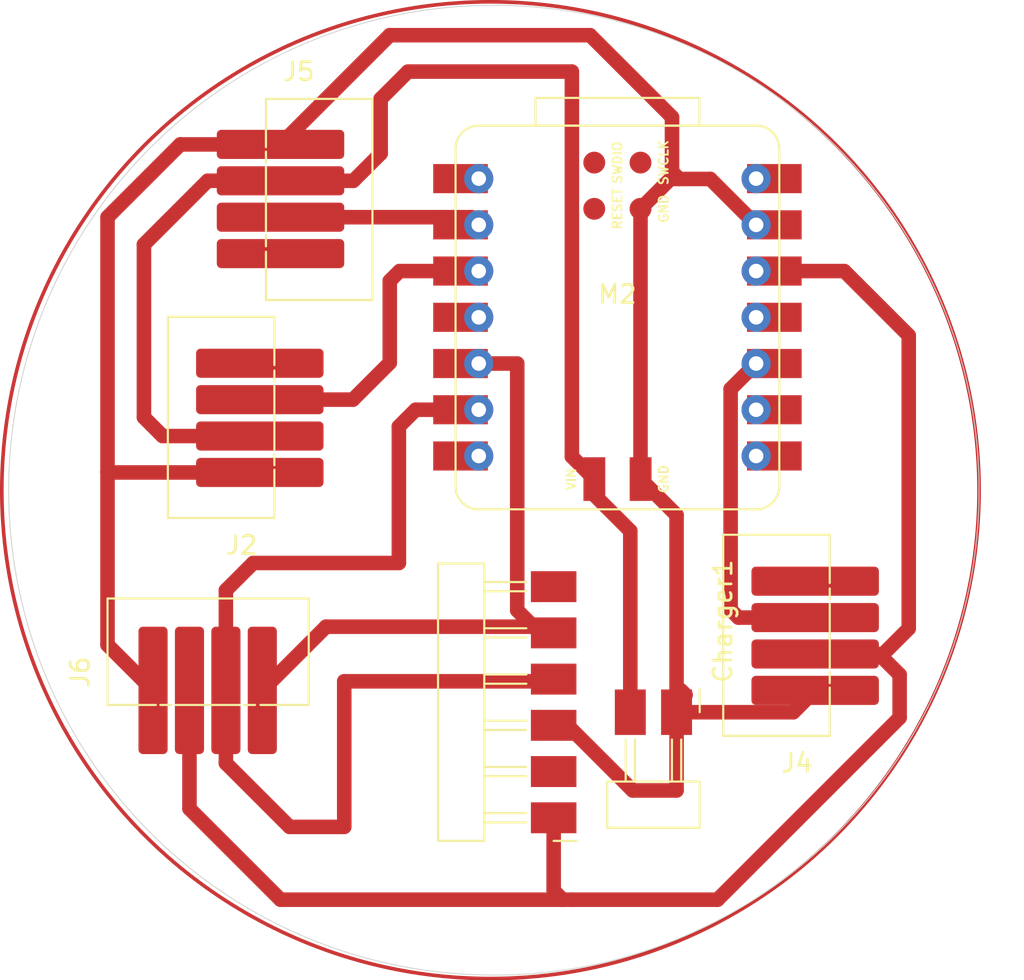
<source format=kicad_pcb>
(kicad_pcb (version 20241229) (generator "pcbnew") (generator_version "9.0")
  (layers (0 "F.Cu" signal) (2 "B.Cu" signal) (13 "F.Paste" user) (15 "B.Paste" user) (5 "F.SilkS" user "F.Silkscreen") (7 "B.SilkS" user "B.Silkscreen") (1 "F.Mask" user) (3 "B.Mask" user) (25 "Edge.Cuts" user))
  (net 0 "")
  (net 5 "PWR_GND")
  (net 7 "SDA")
  (net 8 "SCL")
  (net 9 "PWR_3V3")
  (net 10 "VIN")
  (net 11 "PIN_D10")
  (net 12 "PWR_5V")
  (net 13 "1_LED")
  (net 14 "PIN_D7")
  (net 15 "PIN_D8")
  (net 16 "VIB")
  (net 17 "PIN_D6")
  (net 18 "4_LEDS")
  (footprint "grove:Grove_1x04 - 90Degree" (layer "F.Cu") (at 190.1375 26)
    (property "Reference" "J5" (at -1.5 -4 0) (layer "F.SilkS"))
    (property "Value" "4 LEDs")
    (fp_line (start -3.3 -2.5) (end -3.3 0.15) (stroke (width 0.12)) (layer "F.SilkS"))
    (fp_line (start -3.3 -2.5) (end 2.55 -2.5) (stroke (width 0.12)) (layer "F.SilkS"))
    (fp_line (start -3.3 0.4) (end -3.3 1) (stroke (width 0.12)) (layer "F.SilkS"))
    (fp_line (start -3.3 1.25) (end -3.3 4.75) (stroke (width 0.12)) (layer "F.SilkS"))
    (fp_line (start -3.3 5) (end -3.3 5.6) (stroke (width 0.12)) (layer "F.SilkS"))
    (fp_line (start -3.3 5.9) (end -3.3 8.55) (stroke (width 0.12)) (layer "F.SilkS"))
    (fp_line (start -3.3 8.55) (end 2.55 8.55) (stroke (width 0.12)) (layer "F.SilkS"))
    (fp_line (start 2.55 -2.5) (end 2.55 8.55) (stroke (width 0.12)) (layer "F.SilkS"))
    (pad "1" smd roundrect (at -2.5 0) (size 7 1.6) (layers "F.Cu" "F.Mask" "F.Paste") (roundrect_rratio 0.15) (net 5 "PWR_GND"))
    (pad "2" smd roundrect (at -2.5 2) (size 7 1.6) (layers "F.Cu" "F.Mask" "F.Paste") (roundrect_rratio 0.15) (net 10 "VIN"))
    (pad "3" smd roundrect (at -2.5 4) (size 7 1.6) (layers "F.Cu" "F.Mask" "F.Paste") (roundrect_rratio 0.15) (net 18 "4_LEDS"))
    (pad "4" smd roundrect (at -2.5 6) (size 7 1.6) (layers "F.Cu" "F.Mask" "F.Paste") (roundrect_rratio 0.15))
  )
  (footprint "fab:PinHeader_01x02_P2.54mm_Horizontal_SMD" (layer "F.Cu") (at 209.3875 57.2 -90)
    (property "Reference" "Charger1" (at -1.524 -2.54 90) (layer "F.SilkS") (effects (justify left)))
    (property "Value" "PinHeader_01x02_P2.54mm_Horizontal_SMD")
    (fp_line (start 3.81 3.81) (end 3.81 -1.27) (stroke (width 0.12)) (layer "F.SilkS"))
    (fp_line (start 6.35 3.81) (end 3.81 3.81) (stroke (width 0.12)) (layer "F.SilkS"))
    (fp_line (start 3.81 2.794) (end 1.5 2.794) (stroke (width 0.12)) (layer "F.SilkS"))
    (fp_line (start 3.81 2.286) (end 1.5 2.286) (stroke (width 0.12)) (layer "F.SilkS"))
    (fp_line (start 3.81 0.254) (end 1.5 0.254) (stroke (width 0.12)) (layer "F.SilkS"))
    (fp_line (start 3.81 -0.254) (end 1.5 -0.254) (stroke (width 0.12)) (layer "F.SilkS"))
    (fp_line (start -1.27 -1.27) (end 0 -1.27) (stroke (width 0.12)) (layer "F.SilkS"))
    (fp_line (start 3.81 -1.27) (end 6.35 -1.27) (stroke (width 0.12)) (layer "F.SilkS"))
    (fp_line (start 6.35 -1.27) (end 6.35 3.81) (stroke (width 0.12)) (layer "F.SilkS"))
    (pad "1" smd rect (at 0 0 270) (size 2.5 1.7) (layers "F.Cu" "F.Mask" "F.Paste") (net 5 "PWR_GND"))
    (pad "2" smd rect (at 0 2.54 270) (size 2.5 1.7) (layers "F.Cu" "F.Mask" "F.Paste") (net 10 "VIN"))
  )
  (footprint "fab:SeeedStudio_XIAO_RP2040" (layer "F.Cu") (at 206.1375 35.5)
    (property "Reference" "M2" (at 0 -1.27 0) (layer "F.SilkS"))
    (property "Value" "Module_XIAO-RP2040")
    (fp_line (start -8.8875 9.281) (end -8.8875 -9.261) (stroke (width 0.12)) (layer "F.SilkS"))
    (fp_line (start -7.6175 -10.531) (end 7.6225 -10.531) (stroke (width 0.12)) (layer "F.SilkS"))
    (fp_line (start 7.6225 10.551) (end -7.6175 10.551) (stroke (width 0.12)) (layer "F.SilkS"))
    (fp_line (start 8.8925 -9.261) (end 8.8925 9.281) (stroke (width 0.12)) (layer "F.SilkS"))
    (fp_rect (start -4.4975 -10.531) (end 4.5025 -12.055) (stroke (width 0.12)) (fill no) (layer "F.SilkS"))
    (fp_arc (start -8.8875 -9.261) (mid -8.515526 -10.159026) (end -7.6175 -10.531) (stroke (width 0.12)) (layer "F.SilkS"))
    (fp_arc (start -7.6175 10.551) (mid -8.515526 10.179026) (end -8.8875 9.281) (stroke (width 0.12)) (layer "F.SilkS"))
    (fp_arc (start 7.6225 -10.531) (mid 8.520526 -10.159026) (end 8.8925 -9.261) (stroke (width 0.12)) (layer "F.SilkS"))
    (fp_arc (start 8.8925 9.281) (mid 8.520526 10.179026) (end 7.6225 10.551) (stroke (width 0.12)) (layer "F.SilkS"))
    (fp_text user "GND" (at 2.545 8.89 90) (layer "F.SilkS") (effects (font (size 0.5 0.5) (thickness 0.1) (bold yes))))
    (fp_text user "SWDIO" (at 0 -8.5 90) (layer "F.SilkS") (effects (font (size 0.5 0.5) (thickness 0.1) (bold yes))))
    (fp_text user "VIN" (at -2.535 8.89 90) (layer "F.SilkS") (effects (font (size 0.5 0.5) (thickness 0.1) (bold yes))))
    (fp_text user "RESET" (at 0 -5.96 90) (layer "F.SilkS") (effects (font (size 0.5 0.5) (thickness 0.1) (bold yes))))
    (fp_text user "SWCLK" (at 2.54 -8.5 90) (layer "F.SilkS") (effects (font (size 0.5 0.5) (thickness 0.1) (bold yes))))
    (fp_text user "GND" (at 2.54 -5.96 90) (layer "F.SilkS") (effects (font (size 0.5 0.5) (thickness 0.1) (bold yes))))
    (pad "1" thru_hole circle (at -7.615 -7.62) (size 1.6 1.6) (drill 0.8) (layers "*.Cu" "*.Mask"))
    (pad "1" smd rect (at -7.615 -7.62) (size 3 1.6) (drill (offset -1 0)) (layers "F.Cu" "F.Mask" "F.Paste"))
    (pad "2" thru_hole circle (at -7.615 -5.08) (size 1.6 1.6) (drill 0.8) (layers "*.Cu" "*.Mask") (net 18 "4_LEDS"))
    (pad "2" smd rect (at -7.615 -5.08) (size 3 1.6) (drill (offset -1 0)) (layers "F.Cu" "F.Mask" "F.Paste") (net 18 "4_LEDS"))
    (pad "3" thru_hole circle (at -7.615 -2.54) (size 1.6 1.6) (drill 0.8) (layers "*.Cu" "*.Mask") (net 13 "1_LED"))
    (pad "3" smd rect (at -7.615 -2.54) (size 3 1.6) (drill (offset -1 0)) (layers "F.Cu" "F.Mask" "F.Paste") (net 13 "1_LED"))
    (pad "4" thru_hole circle (at -7.615 0) (size 1.6 1.6) (drill 0.8) (layers "*.Cu" "*.Mask"))
    (pad "4" smd rect (at -7.615 0) (size 3 1.6) (drill (offset -1 0)) (layers "F.Cu" "F.Mask" "F.Paste"))
    (pad "5" thru_hole circle (at -7.615 2.54) (size 1.6 1.6) (drill 0.8) (layers "*.Cu" "*.Mask") (net 7 "SDA"))
    (pad "5" smd rect (at -7.615 2.54) (size 3 1.6) (drill (offset -1 0)) (layers "F.Cu" "F.Mask" "F.Paste") (net 7 "SDA"))
    (pad "6" thru_hole circle (at -7.615 5.08) (size 1.6 1.6) (drill 0.8) (layers "*.Cu" "*.Mask") (net 8 "SCL"))
    (pad "6" smd rect (at -7.615 5.08) (size 3 1.6) (drill (offset -1 0)) (layers "F.Cu" "F.Mask" "F.Paste") (net 8 "SCL"))
    (pad "7" thru_hole circle (at -7.615 7.62) (size 1.6 1.6) (drill 0.8) (layers "*.Cu" "*.Mask") (net 17 "PIN_D6"))
    (pad "7" smd rect (at -7.615 7.62) (size 3 1.6) (drill (offset -1 0)) (layers "F.Cu" "F.Mask" "F.Paste") (net 17 "PIN_D6"))
    (pad "8" thru_hole circle (at 7.62 7.62) (size 1.6 1.6) (drill 0.8) (layers "*.Cu" "*.Mask") (net 14 "PIN_D7"))
    (pad "8" smd rect (at 7.62 7.62) (size 3 1.6) (drill (offset 1 0)) (layers "F.Cu" "F.Mask" "F.Paste") (net 14 "PIN_D7"))
    (pad "9" thru_hole circle (at 7.62 5.08) (size 1.6 1.6) (drill 0.8) (layers "*.Cu" "*.Mask") (net 15 "PIN_D8"))
    (pad "9" smd rect (at 7.62 5.08) (size 3 1.6) (drill (offset 1 0)) (layers "F.Cu" "F.Mask" "F.Paste") (net 15 "PIN_D8"))
    (pad "10" thru_hole circle (at 7.62 2.54) (size 1.6 1.6) (drill 0.8) (layers "*.Cu" "*.Mask") (net 16 "VIB"))
    (pad "10" smd rect (at 7.62 2.54) (size 3 1.6) (drill (offset 1 0)) (layers "F.Cu" "F.Mask" "F.Paste") (net 16 "VIB"))
    (pad "11" thru_hole circle (at 7.62 0) (size 1.6 1.6) (drill 0.8) (layers "*.Cu" "*.Mask") (net 11 "PIN_D10"))
    (pad "11" smd rect (at 7.62 0) (size 3 1.6) (drill (offset 1 0)) (layers "F.Cu" "F.Mask" "F.Paste") (net 11 "PIN_D10"))
    (pad "12" thru_hole circle (at 7.62 -2.54) (size 1.6 1.6) (drill 0.8) (layers "*.Cu" "*.Mask") (net 9 "PWR_3V3"))
    (pad "12" smd rect (at 7.62 -2.54) (size 3 1.6) (drill (offset 1 0)) (layers "F.Cu" "F.Mask" "F.Paste") (net 9 "PWR_3V3"))
    (pad "13" thru_hole circle (at 7.62 -5.08) (size 1.6 1.6) (drill 0.8) (layers "*.Cu" "*.Mask") (net 5 "PWR_GND"))
    (pad "13" smd rect (at 7.62 -5.08) (size 3 1.6) (drill (offset 1 0)) (layers "F.Cu" "F.Mask" "F.Paste") (net 5 "PWR_GND"))
    (pad "14" thru_hole circle (at 7.62 -7.62) (size 1.6 1.6) (drill 0.8) (layers "*.Cu" "*.Mask") (net 12 "PWR_5V"))
    (pad "14" smd rect (at 7.62 -7.62) (size 3 1.6) (drill (offset 1 0)) (layers "F.Cu" "F.Mask" "F.Paste") (net 12 "PWR_5V"))
    (pad "15" smd rect (at 1.275 8.89 270) (size 2.4 1.2) (layers "F.Cu" "F.Mask" "F.Paste") (net 5 "PWR_GND"))
    (pad "16" smd rect (at -1.265 8.89 270) (size 2.4 1.2) (layers "F.Cu" "F.Mask" "F.Paste") (net 10 "VIN"))
    (pad "17" smd circle (at -1.27 -8.5) (size 1.2 1.2) (layers "F.Cu" "F.Mask" "F.Paste"))
    (pad "18" smd circle (at -1.27 -5.96) (size 1.2 1.2) (layers "F.Cu" "F.Mask" "F.Paste"))
    (pad "19" smd circle (at 1.27 -5.96) (size 1.2 1.2) (layers "F.Cu" "F.Mask" "F.Paste") (net 5 "PWR_GND"))
    (pad "20" smd circle (at 1.27 -8.5) (size 1.2 1.2) (layers "F.Cu" "F.Mask" "F.Paste"))
  )
  (footprint "grove:Grove_1x04 - 90Degree" (layer "F.Cu") (at 214.5 56 180)
    (property "Reference" "J4" (at -1.5 -4 0) (layer "F.SilkS"))
    (property "Value" "Vibration" (hide yes))
    (fp_line (start 2.55 -2.5) (end 2.55 8.55) (stroke (width 0.12)) (layer "F.SilkS"))
    (fp_line (start -3.3 8.55) (end 2.55 8.55) (stroke (width 0.12)) (layer "F.SilkS"))
    (fp_line (start -3.3 5.9) (end -3.3 8.55) (stroke (width 0.12)) (layer "F.SilkS"))
    (fp_line (start -3.3 5) (end -3.3 5.6) (stroke (width 0.12)) (layer "F.SilkS"))
    (fp_line (start -3.3 1.25) (end -3.3 4.75) (stroke (width 0.12)) (layer "F.SilkS"))
    (fp_line (start -3.3 0.4) (end -3.3 1) (stroke (width 0.12)) (layer "F.SilkS"))
    (fp_line (start -3.3 -2.5) (end 2.55 -2.5) (stroke (width 0.12)) (layer "F.SilkS"))
    (fp_line (start -3.3 -2.5) (end -3.3 0.15) (stroke (width 0.12)) (layer "F.SilkS"))
    (pad "1" smd roundrect (at -2.5 0 180) (size 7 1.6) (layers "F.Cu" "F.Mask" "F.Paste") (roundrect_rratio 0.15) (net 5 "PWR_GND"))
    (pad "2" smd roundrect (at -2.5 2 180) (size 7 1.6) (layers "F.Cu" "F.Mask" "F.Paste") (roundrect_rratio 0.15) (net 9 "PWR_3V3"))
    (pad "3" smd roundrect (at -2.5 4 180) (size 7 1.6) (layers "F.Cu" "F.Mask" "F.Paste") (roundrect_rratio 0.15) (net 16 "VIB"))
    (pad "4" smd roundrect (at -2.5 6 180) (size 7 1.6) (layers "F.Cu" "F.Mask" "F.Paste") (roundrect_rratio 0.15))
  )
  (footprint "grove:Grove_1x04 - 90Degree" (layer "F.Cu") (at 180.6375 53.5 90)
    (property "Reference" "J6" (at -1.5 -4 90) (layer "F.SilkS"))
    (property "Value" "OLED" (hide yes))
    (fp_line (start 2.55 -2.5) (end 2.55 8.55) (stroke (width 0.12)) (layer "F.SilkS"))
    (fp_line (start -3.3 -2.5) (end 2.55 -2.5) (stroke (width 0.12)) (layer "F.SilkS"))
    (fp_line (start -3.3 -2.5) (end -3.3 0.15) (stroke (width 0.12)) (layer "F.SilkS"))
    (fp_line (start -3.3 0.4) (end -3.3 1) (stroke (width 0.12)) (layer "F.SilkS"))
    (fp_line (start -3.3 1.25) (end -3.3 4.75) (stroke (width 0.12)) (layer "F.SilkS"))
    (fp_line (start -3.3 5) (end -3.3 5.6) (stroke (width 0.12)) (layer "F.SilkS"))
    (fp_line (start -3.3 5.9) (end -3.3 8.55) (stroke (width 0.12)) (layer "F.SilkS"))
    (fp_line (start -3.3 8.55) (end 2.55 8.55) (stroke (width 0.12)) (layer "F.SilkS"))
    (pad "1" smd roundrect (at -2.5 0 90) (size 7 1.6) (layers "F.Cu" "F.Mask" "F.Paste") (roundrect_rratio 0.15) (net 5 "PWR_GND"))
    (pad "2" smd roundrect (at -2.5 2 90) (size 7 1.6) (layers "F.Cu" "F.Mask" "F.Paste") (roundrect_rratio 0.15) (net 9 "PWR_3V3"))
    (pad "3" smd roundrect (at -2.5 4 90) (size 7 1.6) (layers "F.Cu" "F.Mask" "F.Paste") (roundrect_rratio 0.15) (net 8 "SCL"))
    (pad "4" smd roundrect (at -2.5 6 90) (size 7 1.6) (layers "F.Cu" "F.Mask" "F.Paste") (roundrect_rratio 0.15) (net 7 "SDA"))
  )
  (footprint "grove:Grove_1x04 - 90Degree" (layer "F.Cu") (at 184 44.025 180)
    (property "Reference" "J2" (at -1.5 -4 0) (layer "F.SilkS"))
    (property "Value" "1 LED")
    (fp_line (start 2.55 -2.5) (end 2.55 8.55) (stroke (width 0.12)) (layer "F.SilkS"))
    (fp_line (start -3.3 8.55) (end 2.55 8.55) (stroke (width 0.12)) (layer "F.SilkS"))
    (fp_line (start -3.3 5.9) (end -3.3 8.55) (stroke (width 0.12)) (layer "F.SilkS"))
    (fp_line (start -3.3 5) (end -3.3 5.6) (stroke (width 0.12)) (layer "F.SilkS"))
    (fp_line (start -3.3 1.25) (end -3.3 4.75) (stroke (width 0.12)) (layer "F.SilkS"))
    (fp_line (start -3.3 0.4) (end -3.3 1) (stroke (width 0.12)) (layer "F.SilkS"))
    (fp_line (start -3.3 -2.5) (end 2.55 -2.5) (stroke (width 0.12)) (layer "F.SilkS"))
    (fp_line (start -3.3 -2.5) (end -3.3 0.15) (stroke (width 0.12)) (layer "F.SilkS"))
    (pad "1" smd roundrect (at -2.5 0 180) (size 7 1.6) (layers "F.Cu" "F.Mask" "F.Paste") (roundrect_rratio 0.15) (net 5 "PWR_GND"))
    (pad "2" smd roundrect (at -2.5 2 180) (size 7 1.6) (layers "F.Cu" "F.Mask" "F.Paste") (roundrect_rratio 0.15) (net 10 "VIN"))
    (pad "3" smd roundrect (at -2.5 4 180) (size 7 1.6) (layers "F.Cu" "F.Mask" "F.Paste") (roundrect_rratio 0.15) (net 13 "1_LED"))
    (pad "4" smd roundrect (at -2.5 6 180) (size 7 1.6) (layers "F.Cu" "F.Mask" "F.Paste") (roundrect_rratio 0.15))
  )
  (footprint "fab:PinHeader_01x06_P2.54mm_Horizontal_SMD" (layer "F.Cu") (at 202.6375 63 180)
    (property "Reference" "APDS1" (hide yes))
    (property "Value" "PinHeader_01x06_P2.54mm_Horizontal_SMD")
    (fp_line (start 6.35 13.97) (end 3.81 13.97) (stroke (width 0.12)) (layer "F.SilkS"))
    (fp_line (start 6.35 -1.27) (end 6.35 13.97) (stroke (width 0.12)) (layer "F.SilkS"))
    (fp_line (start 3.81 13.97) (end 3.81 -1.27) (stroke (width 0.12)) (layer "F.SilkS"))
    (fp_line (start 3.81 12.954) (end 1.5 12.954) (stroke (width 0.12)) (layer "F.SilkS"))
    (fp_line (start 3.81 12.446) (end 1.5 12.446) (stroke (width 0.12)) (layer "F.SilkS"))
    (fp_line (start 3.81 10.414) (end 1.5 10.414) (stroke (width 0.12)) (layer "F.SilkS"))
    (fp_line (start 3.81 9.906) (end 1.5 9.906) (stroke (width 0.12)) (layer "F.SilkS"))
    (fp_line (start 3.81 7.874) (end 1.5 7.874) (stroke (width 0.12)) (layer "F.SilkS"))
    (fp_line (start 3.81 7.366) (end 1.5 7.366) (stroke (width 0.12)) (layer "F.SilkS"))
    (fp_line (start 3.81 5.334) (end 1.5 5.334) (stroke (width 0.12)) (layer "F.SilkS"))
    (fp_line (start 3.81 4.826) (end 1.5 4.826) (stroke (width 0.12)) (layer "F.SilkS"))
    (fp_line (start 3.81 2.794) (end 1.5 2.794) (stroke (width 0.12)) (layer "F.SilkS"))
    (fp_line (start 3.81 2.286) (end 1.5 2.286) (stroke (width 0.12)) (layer "F.SilkS"))
    (fp_line (start 3.81 0.254) (end 1.5 0.254) (stroke (width 0.12)) (layer "F.SilkS"))
    (fp_line (start 3.81 -0.254) (end 1.5 -0.254) (stroke (width 0.12)) (layer "F.SilkS"))
    (fp_line (start 3.81 -1.27) (end 6.35 -1.27) (stroke (width 0.12)) (layer "F.SilkS"))
    (fp_line (start -1.27 -1.27) (end 0 -1.27) (stroke (width 0.12)) (layer "F.SilkS"))
    (pad "1" smd rect (at 0 0 180) (size 2.5 1.7) (layers "F.Cu" "F.Mask" "F.Paste") (net 9 "PWR_3V3"))
    (pad "2" smd rect (at 0 2.54 180) (size 2.5 1.7) (layers "F.Cu" "F.Mask" "F.Paste"))
    (pad "3" smd rect (at 0 5.08 180) (size 2.5 1.7) (layers "F.Cu" "F.Mask" "F.Paste") (net 5 "PWR_GND"))
    (pad "4" smd rect (at 0 7.62 180) (size 2.5 1.7) (layers "F.Cu" "F.Mask" "F.Paste") (net 8 "SCL"))
    (pad "5" smd rect (at 0 10.16 180) (size 2.5 1.7) (layers "F.Cu" "F.Mask" "F.Paste") (net 7 "SDA"))
    (pad "6" smd rect (at 0 12.7 180) (size 2.5 1.7) (layers "F.Cu" "F.Mask" "F.Paste"))
  )
  (gr_circle (center 199.166111 45) (end 222.640727 58) (stroke (width 0.2)) (fill no) (layer "F.Cu") (net 5))
  (gr_circle (center 199.354175 45) (end 225.315685 39) (stroke (width 0.05)) (fill no) (layer "Edge.Cuts"))
  (segment (start 209.1375 24.5) (end 209.1375 27.5) (width 0.8) (layer "F.Cu") (net 5))
  (segment (start 209.1375 27.5) (end 209.5365 27.899) (width 0.8) (layer "F.Cu") (net 5))
  (segment (start 178.1375 44) (end 178.1375 30) (width 0.8) (layer "F.Cu") (net 5))
  (segment (start 209.3875 61.5) (end 206.9795 61.5) (width 0.8) (layer "F.Cu") (net 5))
  (segment (start 207.4075 29.54) (end 207.4075 44.385) (width 0.8) (layer "F.Cu") (net 5))
  (segment (start 213.7575 30.42) (end 211.2365 27.899) (width 0.8) (layer "F.Cu") (net 5))
  (segment (start 180.6375 56) (end 178.1375 53.5) (width 0.8) (layer "F.Cu") (net 5))
  (segment (start 206.9795 61.5) (end 203.3995 57.92) (width 0.8) (layer "F.Cu") (net 5))
  (segment (start 186.5 44.025) (end 178.1625 44.025) (width 0.8) (layer "F.Cu") (net 5))
  (segment (start 209.3875 57.2) (end 215.8 57.2) (width 0.8) (layer "F.Cu") (net 5))
  (segment (start 203.3995 57.92) (end 202.6375 57.92) (width 0.8) (layer "F.Cu") (net 5))
  (segment (start 209.0485 27.899) (end 207.4075 29.54) (width 0.8) (layer "F.Cu") (net 5))
  (segment (start 182.1375 26) (end 187.6375 26) (width 0.8) (layer "F.Cu") (net 5))
  (segment (start 209.8875 56.25) (end 209.6375 56) (width 0.8) (layer "F.Cu") (net 5))
  (segment (start 178.1375 53.5) (end 178.1375 44) (width 0.8) (layer "F.Cu") (net 5))
  (segment (start 207.4125 44.39) (end 209.3875 46.365) (width 0.8) (layer "F.Cu") (net 5))
  (segment (start 211.2365 27.899) (end 209.0485 27.899) (width 0.8) (layer "F.Cu") (net 5))
  (segment (start 207.4075 44.385) (end 207.4125 44.39) (width 0.8) (layer "F.Cu") (net 5))
  (segment (start 193.6375 20) (end 204.6375 20) (width 0.8) (layer "F.Cu") (net 5))
  (segment (start 215.8 57.2) (end 217 56) (width 0.8) (layer "F.Cu") (net 5))
  (segment (start 187.6375 26) (end 193.6375 20) (width 0.8) (layer "F.Cu") (net 5))
  (segment (start 178.1625 44.025) (end 178.1375 44) (width 0.8) (layer "F.Cu") (net 5))
  (segment (start 209.3875 57.2) (end 209.3875 61.5) (width 0.8) (layer "F.Cu") (net 5))
  (segment (start 204.6375 20) (end 209.1375 24.5) (width 0.8) (layer "F.Cu") (net 5))
  (segment (start 209.3875 46.365) (end 209.3875 57.2) (width 0.8) (layer "F.Cu") (net 5))
  (segment (start 178.1375 30) (end 182.1375 26) (width 0.8) (layer "F.Cu") (net 5))
  (segment (start 198.5225 38.04) (end 200.6375 38.04) (width 0.8) (layer "F.Cu") (net 7))
  (segment (start 202.2975 52.5) (end 190.1375 52.5) (width 0.8) (layer "F.Cu") (net 7))
  (segment (start 201.8755 52.84) (end 202.6375 52.84) (width 0.8) (layer "F.Cu") (net 7))
  (segment (start 190.1375 52.5) (end 186.6375 56) (width 0.8) (layer "F.Cu") (net 7))
  (segment (start 200.6375 51.602) (end 201.8755 52.84) (width 0.8) (layer "F.Cu") (net 7))
  (segment (start 200.6375 38.04) (end 200.6375 51.602) (width 0.8) (layer "F.Cu") (net 7))
  (segment (start 202.6375 52.84) (end 202.2975 52.5) (width 0.8) (layer "F.Cu") (net 7))
  (segment (start 191.1375 63.5) (end 191.1375 55.5) (width 0.8) (layer "F.Cu") (net 8))
  (segment (start 191.1375 55.5) (end 202.6375 55.5) (width 0.8) (layer "F.Cu") (net 8))
  (segment (start 188.1375 63.5) (end 191.1375 63.5) (width 0.8) (layer "F.Cu") (net 8))
  (segment (start 186.1375 49) (end 184.6375 50.5) (width 0.8) (layer "F.Cu") (net 8))
  (segment (start 184.6375 50.5) (end 184.6375 56) (width 0.8) (layer "F.Cu") (net 8))
  (segment (start 194.1375 41.5) (end 194.1375 49) (width 0.8) (layer "F.Cu") (net 8))
  (segment (start 202.6375 55.5) (end 202.6375 55.38) (width 0.8) (layer "F.Cu") (net 8))
  (segment (start 194.1375 49) (end 186.1375 49) (width 0.8) (layer "F.Cu") (net 8))
  (segment (start 198.5225 40.58) (end 195.0575 40.58) (width 0.8) (layer "F.Cu") (net 8))
  (segment (start 195.0575 40.58) (end 194.1375 41.5) (width 0.8) (layer "F.Cu") (net 8))
  (segment (start 184.6375 60) (end 188.1375 63.5) (width 0.8) (layer "F.Cu") (net 8))
  (segment (start 184.6375 56) (end 184.6375 60) (width 0.8) (layer "F.Cu") (net 8))
  (segment (start 211.6375 67.5) (end 203.6375 67.5) (width 0.8) (layer "F.Cu") (net 9))
  (segment (start 203.6375 67.5) (end 203.1375 67.5) (width 0.8) (layer "F.Cu") (net 9))
  (segment (start 187.6375 67.5) (end 203.1375 67.5) (width 0.8) (layer "F.Cu") (net 9))
  (segment (start 202.6375 67) (end 203.1375 67.5) (width 0.8) (layer "F.Cu") (net 9))
  (segment (start 220.7365 54) (end 217 54) (width 0.8) (layer "F.Cu") (net 9))
  (segment (start 222.1375 52.599) (end 220.7365 54) (width 0.8) (layer "F.Cu") (net 9))
  (segment (start 182.6375 56) (end 182.6375 62.5) (width 0.8) (layer "F.Cu") (net 9))
  (segment (start 213.7575 32.96) (end 218.5975 32.96) (width 0.8) (layer "F.Cu") (net 9))
  (segment (start 221.6375 57.5) (end 211.6375 67.5) (width 0.8) (layer "F.Cu") (net 9))
  (segment (start 202.6375 63) (end 202.6375 67) (width 0.8) (layer "F.Cu") (net 9))
  (segment (start 218.5975 32.96) (end 222.1375 36.5) (width 0.8) (layer "F.Cu") (net 9))
  (segment (start 222.1375 36.5) (end 222.1375 52.599) (width 0.8) (layer "F.Cu") (net 9))
  (segment (start 220.5 54) (end 221.6375 55.1375) (width 0.8) (layer "F.Cu") (net 9))
  (segment (start 221.6375 55.1375) (end 221.6375 57.5) (width 0.8) (layer "F.Cu") (net 9))
  (segment (start 182.6375 62.5) (end 187.6375 67.5) (width 0.8) (layer "F.Cu") (net 9))
  (segment (start 217 54) (end 220.5 54) (width 0.8) (layer "F.Cu") (net 9))
  (segment (start 193.1375 26.5) (end 191.6375 28) (width 0.8) (layer "F.Cu") (net 10))
  (segment (start 204.8725 44.39) (end 204.8725 45.265) (width 0.8) (layer "F.Cu") (net 10))
  (segment (start 204.8725 44.39) (end 203.6375 43.155) (width 0.8) (layer "F.Cu") (net 10))
  (segment (start 203.6375 22) (end 194.6375 22) (width 0.8) (layer "F.Cu") (net 10))
  (segment (start 180.1375 41) (end 180.1375 31.5) (width 0.8) (layer "F.Cu") (net 10))
  (segment (start 180.1375 31.5) (end 183.6375 28) (width 0.8) (layer "F.Cu") (net 10))
  (segment (start 203.6375 43.155) (end 203.6375 22) (width 0.8) (layer "F.Cu") (net 10))
  (segment (start 206.8475 47.24) (end 206.8475 57.2) (width 0.8) (layer "F.Cu") (net 10))
  (segment (start 193.1375 23.5) (end 193.1375 26.5) (width 0.8) (layer "F.Cu") (net 10))
  (segment (start 186.5 42.025) (end 181.1625 42.025) (width 0.8) (layer "F.Cu") (net 10))
  (segment (start 181.1625 42.025) (end 180.1375 41) (width 0.8) (layer "F.Cu") (net 10))
  (segment (start 183.6375 28) (end 187.6375 28) (width 0.8) (layer "F.Cu") (net 10))
  (segment (start 204.8725 45.265) (end 206.8475 47.24) (width 0.8) (layer "F.Cu") (net 10))
  (segment (start 194.6375 22) (end 193.1375 23.5) (width 0.8) (layer "F.Cu") (net 10))
  (segment (start 191.6375 28) (end 187.6375 28) (width 0.8) (layer "F.Cu") (net 10))
  (segment (start 186.5 40.025) (end 191.6125 40.025) (width 0.8) (layer "F.Cu") (net 13))
  (segment (start 193.6375 38) (end 193.6375 33.5) (width 0.8) (layer "F.Cu") (net 13))
  (segment (start 194.1775 32.96) (end 198.5225 32.96) (width 0.8) (layer "F.Cu") (net 13))
  (segment (start 193.6375 33.5) (end 194.1775 32.96) (width 0.8) (layer "F.Cu") (net 13))
  (segment (start 191.6125 40.025) (end 193.6375 38) (width 0.8) (layer "F.Cu") (net 13))
  (segment (start 212.3565 51.570502) (end 212.785998 52) (width 0.8) (layer "F.Cu") (net 16))
  (segment (start 213.7575 38.04) (end 212.3565 39.441) (width 0.8) (layer "F.Cu") (net 16))
  (segment (start 212.3565 39.441) (end 212.3565 51.570502) (width 0.8) (layer "F.Cu") (net 16))
  (segment (start 212.785998 52) (end 217 52) (width 0.8) (layer "F.Cu") (net 16))
  (segment (start 198.1025 30) (end 187.6375 30) (width 0.8) (layer "F.Cu") (net 18))
  (segment (start 198.5225 30.42) (end 198.1025 30) (width 0.8) (layer "F.Cu") (net 18))
)
</source>
